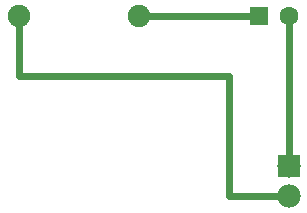
<source format=gbl>
G04 MADE WITH FRITZING*
G04 WWW.FRITZING.ORG*
G04 DOUBLE SIDED*
G04 HOLES PLATED*
G04 CONTOUR ON CENTER OF CONTOUR VECTOR*
%ASAXBY*%
%FSLAX23Y23*%
%MOIN*%
%OFA0B0*%
%SFA1.0B1.0*%
%ADD10C,0.075000*%
%ADD11C,0.062992*%
%ADD12C,0.078000*%
%ADD13R,0.062992X0.062992*%
%ADD14R,0.078000X0.078000*%
%ADD15C,0.024000*%
%LNCOPPER0*%
G90*
G70*
G54D10*
X216Y731D03*
X616Y731D03*
G54D11*
X1017Y731D03*
X1116Y731D03*
G54D12*
X1116Y231D03*
X1116Y131D03*
G54D13*
X1017Y731D03*
G54D14*
X1116Y231D03*
G54D15*
X917Y532D02*
X917Y133D01*
D02*
X917Y133D02*
X1097Y131D01*
D02*
X216Y532D02*
X917Y532D01*
D02*
X216Y713D02*
X216Y532D01*
D02*
X1116Y715D02*
X1116Y250D01*
D02*
X633Y731D02*
X1001Y731D01*
G04 End of Copper0*
M02*
</source>
